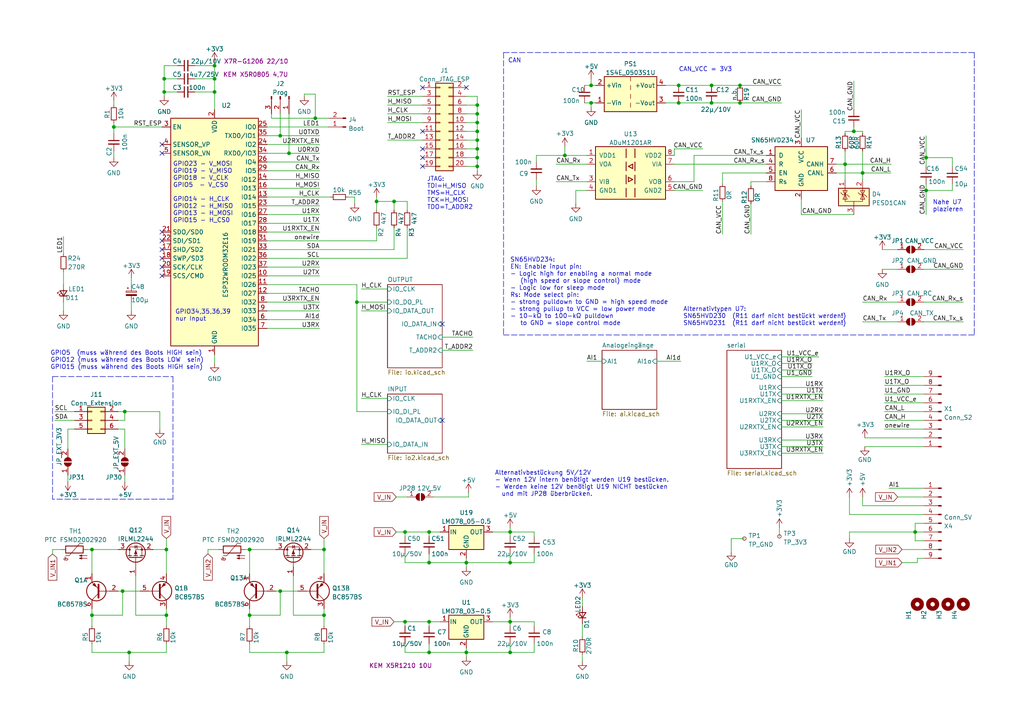
<source format=kicad_sch>
(kicad_sch (version 20211123) (generator eeschema)
  (paper "A4")
  (title_block (title "BSC") (date "2022-12-16") (rev "2.1"))
  (lib_symbols
    (symbol "Connector:Conn_01x02_Male" (pin_names (offset 1.016) hide)
      (property "Reference" "J" (at 0 2.54 0))
      (property "Value" "Conn_01x02_Male" (at 0 -5.08 0))
      (symbol "Conn_01x02_Male_1_1"
        (pin passive line (at 5.08 0 180) (length 3.81) (name "Pin_1") (number "1"))
        (pin passive line (at 5.08 -2.54 180) (length 3.81) (name "Pin_2") (number "2"))
      )
    )
    (symbol "Connector:Conn_01x03_Male" (pin_names (offset 1.016) hide)
      (property "Reference" "J" (at 0 5.08 0))
      (property "Value" "Conn_01x03_Male" (at 0 -5.08 0))
      (symbol "Conn_01x03_Male_1_1"
        (pin passive line (at 5.08 2.54 180) (length 3.81) (name "Pin_1") (number "1"))
        (pin passive line (at 5.08 0 180) (length 3.81) (name "Pin_2") (number "2"))
        (pin passive line (at 5.08 -2.54 180) (length 3.81) (name "Pin_3") (number "3"))
      )
    )
    (symbol "Connector:Conn_01x09_Male" (pin_names (offset 1.016) hide)
      (property "Reference" "J" (at 0 12.7 0))
      (property "Value" "Conn_01x09_Male" (at 0 -12.7 0))
      (symbol "Conn_01x09_Male_1_1"
        (pin passive line (at 5.08 10.16 180) (length 3.81) (name "Pin_1") (number "1"))
        (pin passive line (at 5.08 7.62 180) (length 3.81) (name "Pin_2") (number "2"))
        (pin passive line (at 5.08 5.08 180) (length 3.81) (name "Pin_3") (number "3"))
        (pin passive line (at 5.08 2.54 180) (length 3.81) (name "Pin_4") (number "4"))
        (pin passive line (at 5.08 0 180) (length 3.81) (name "Pin_5") (number "5"))
        (pin passive line (at 5.08 -2.54 180) (length 3.81) (name "Pin_6") (number "6"))
        (pin passive line (at 5.08 -5.08 180) (length 3.81) (name "Pin_7") (number "7"))
        (pin passive line (at 5.08 -7.62 180) (length 3.81) (name "Pin_8") (number "8"))
        (pin passive line (at 5.08 -10.16 180) (length 3.81) (name "Pin_9") (number "9"))
      )
    )
    (symbol "Connector:TestPoint_Small" (pin_numbers hide) (pin_names (offset 0.762) hide)
      (property "Reference" "TP" (at 0 3.81 0))
      (property "Value" "TestPoint_Small" (at 0 2.032 0))
      (symbol "TestPoint_Small_1_1"
        (pin passive line (at 0 0 90) (length 0) (name "1") (number "1"))
      )
    )
    (symbol "Connector_Generic:Conn_02x03_Odd_Even" (pin_names (offset 1.016) hide)
      (property "Reference" "J" (at 1.27 5.08 0))
      (property "Value" "Conn_02x03_Odd_Even" (at 1.27 -5.08 0))
      (symbol "Conn_02x03_Odd_Even_1_1"
        (pin passive line (at -5.08 2.54 0) (length 3.81) (name "Pin_1") (number "1"))
        (pin passive line (at 7.62 2.54 180) (length 3.81) (name "Pin_2") (number "2"))
        (pin passive line (at -5.08 0 0) (length 3.81) (name "Pin_3") (number "3"))
        (pin passive line (at 7.62 0 180) (length 3.81) (name "Pin_4") (number "4"))
        (pin passive line (at -5.08 -2.54 0) (length 3.81) (name "Pin_5") (number "5"))
        (pin passive line (at 7.62 -2.54 180) (length 3.81) (name "Pin_6") (number "6"))
      )
    )
    (symbol "Connector_Generic:Conn_02x10_Odd_Even" (pin_names (offset 1.016) hide)
      (property "Reference" "J" (at 1.27 12.7 0))
      (property "Value" "Conn_02x10_Odd_Even" (at 1.27 -15.24 0))
      (symbol "Conn_02x10_Odd_Even_1_1"
        (pin passive line (at -5.08 10.16 0) (length 3.81) (name "Pin_1") (number "1"))
        (pin passive line (at 7.62 0 180) (length 3.81) (name "Pin_10") (number "10"))
        (pin passive line (at -5.08 -2.54 0) (length 3.81) (name "Pin_11") (number "11"))
        (pin passive line (at 7.62 -2.54 180) (length 3.81) (name "Pin_12") (number "12"))
        (pin passive line (at -5.08 -5.08 0) (length 3.81) (name "Pin_13") (number "13"))
        (pin passive line (at 7.62 -5.08 180) (length 3.81) (name "Pin_14") (number "14"))
        (pin passive line (at -5.08 -7.62 0) (length 3.81) (name "Pin_15") (number "15"))
        (pin passive line (at 7.62 -7.62 180) (length 3.81) (name "Pin_16") (number "16"))
        (pin passive line (at -5.08 -10.16 0) (length 3.81) (name "Pin_17") (number "17"))
        (pin passive line (at 7.62 -10.16 180) (length 3.81) (name "Pin_18") (number "18"))
        (pin passive line (at -5.08 -12.7 0) (length 3.81) (name "Pin_19") (number "19"))
        (pin passive line (at 7.62 10.16 180) (length 3.81) (name "Pin_2") (number "2"))
        (pin passive line (at 7.62 -12.7 180) (length 3.81) (name "Pin_20") (number "20"))
        (pin passive line (at -5.08 7.62 0) (length 3.81) (name "Pin_3") (number "3"))
        (pin passive line (at 7.62 7.62 180) (length 3.81) (name "Pin_4") (number "4"))
        (pin passive line (at -5.08 5.08 0) (length 3.81) (name "Pin_5") (number "5"))
        (pin passive line (at 7.62 5.08 180) (length 3.81) (name "Pin_6") (number "6"))
        (pin passive line (at -5.08 2.54 0) (length 3.81) (name "Pin_7") (number "7"))
        (pin passive line (at 7.62 2.54 180) (length 3.81) (name "Pin_8") (number "8"))
        (pin passive line (at -5.08 0 0) (length 3.81) (name "Pin_9") (number "9"))
      )
    )
    (symbol "Converter_DCDC:MEE1S0303SC"
      (property "Reference" "PS" (at -7.62 6.35 0))
      (property "Value" "MEE1S0303SC" (at 1.27 6.35 0))
      (symbol "MEE1S0303SC_0_0"
        (pin power_in line (at -10.16 -2.54 0) (length 2.54) (name "-Vin") (number "1"))
        (pin power_in line (at -10.16 2.54 0) (length 2.54) (name "+Vin") (number "2"))
        (pin power_out line (at 10.16 -2.54 180) (length 2.54) (name "-Vout") (number "3"))
        (pin power_out line (at 10.16 2.54 180) (length 2.54) (name "+Vout") (number "4"))
      )
    )
    (symbol "Device:C_Polarized_Small" (pin_numbers hide) (pin_names (offset 0.254) hide)
      (property "Reference" "C" (at 0.254 1.778 0))
      (property "Value" "C_Polarized_Small" (at 0.254 -2.032 0))
      (symbol "C_Polarized_Small_1_1"
        (pin passive line (at 0 2.54 270) (length 1.8542) (name "~") (number "1"))
        (pin passive line (at 0 -2.54 90) (length 1.8542) (name "~") (number "2"))
      )
    )
    (symbol "Device:C_Small" (pin_numbers hide) (pin_names (offset 0.254) hide)
      (property "Reference" "C" (at 0.254 1.778 0))
      (property "Value" "C_Small" (at 0.254 -2.032 0))
      (symbol "C_Small_1_1"
        (pin passive line (at 0 2.54 270) (length 2.032) (name "~") (number "1"))
        (pin passive line (at 0 -2.54 90) (length 2.032) (name "~") (number "2"))
      )
    )
    (symbol "Device:LED_Small" (pin_numbers hide) (pin_names (offset 0.254) hide)
      (property "Reference" "D" (at -1.27 3.175 0))
      (property "Value" "LED_Small" (at -4.445 -2.54 0))
      (symbol "LED_Small_1_1"
        (pin passive line (at -2.54 0 0) (length 1.778) (name "K") (number "1"))
        (pin passive line (at 2.54 0 180) (length 1.778) (name "A") (number "2"))
      )
    )
    (symbol "Device:R_Small" (pin_numbers hide) (pin_names (offset 0.254) hide)
      (property "Reference" "R" (at 0.762 0.508 0))
      (property "Value" "R_Small" (at 0.762 -1.016 0))
      (symbol "R_Small_1_1"
        (pin passive line (at 0 2.54 270) (length 0.762) (name "~") (number "1"))
        (pin passive line (at 0 -2.54 90) (length 0.762) (name "~") (number "2"))
      )
    )
    (symbol "Device:Thermistor_PTC" (pin_numbers hide) (pin_names (offset 0))
      (property "Reference" "TH" (at -4.064 0 90))
      (property "Value" "Thermistor_PTC" (at 3.048 0 90))
      (symbol "Thermistor_PTC_1_1"
        (pin passive line (at 0 3.81 270) (length 1.27) (name "~") (number "1"))
        (pin passive line (at 0 -3.81 90) (length 1.27) (name "~") (number "2"))
      )
    )
    (symbol "Interface_CAN_LIN:SN65HVD234" (pin_names (offset 1.016))
      (property "Reference" "U" (at -2.54 10.16 0))
      (property "Value" "SN65HVD234" (at -2.54 7.62 0))
      (symbol "SN65HVD234_1_1"
        (pin input line (at -10.16 2.54 0) (length 2.54) (name "D") (number "1"))
        (pin power_in line (at 0 -10.16 90) (length 2.54) (name "GND") (number "2"))
        (pin power_in line (at 0 7.62 270) (length 2.54) (name "VCC") (number "3"))
        (pin output line (at -10.16 0 0) (length 2.54) (name "R") (number "4"))
        (pin input line (at -10.16 -2.54 0) (length 2.54) (name "EN") (number "5"))
        (pin bidirectional line (at 10.16 -2.54 180) (length 2.54) (name "CANL") (number "6"))
        (pin bidirectional line (at 10.16 0 180) (length 2.54) (name "CANH") (number "7"))
        (pin input line (at -10.16 -5.08 0) (length 2.54) (name "Rs") (number "8"))
      )
    )
    (symbol "Isolator:ADuM1201AR" (pin_names (offset 1.016))
      (property "Reference" "U" (at -10.16 8.89 0))
      (property "Value" "ADuM1201AR" (at -2.032 8.89 0))
      (symbol "ADuM1201AR_1_1"
        (pin power_in line (at -12.7 5.08 0) (length 2.54) (name "VDD1") (number "1"))
        (pin output line (at -12.7 2.54 0) (length 2.54) (name "VOA") (number "2"))
        (pin input line (at -12.7 -2.54 0) (length 2.54) (name "VIB") (number "3"))
        (pin power_in line (at -12.7 -5.08 0) (length 2.54) (name "GND1") (number "4"))
        (pin power_in line (at 12.7 -5.08 180) (length 2.54) (name "GND2") (number "5"))
        (pin output line (at 12.7 -2.54 180) (length 2.54) (name "VOB") (number "6"))
        (pin input line (at 12.7 2.54 180) (length 2.54) (name "VIA") (number "7"))
        (pin power_in line (at 12.7 5.08 180) (length 2.54) (name "VDD2") (number "8"))
      )
    )
    (symbol "Jumper:SolderJumper_2_Open" (pin_names (offset 0) hide)
      (property "Reference" "JP" (at 0 2.032 0))
      (property "Value" "SolderJumper_2_Open" (at 0 -2.54 0))
      (symbol "SolderJumper_2_Open_1_1"
        (pin passive line (at -3.81 0 0) (length 2.54) (name "A") (number "1"))
        (pin passive line (at 3.81 0 180) (length 2.54) (name "B") (number "2"))
      )
    )
    (symbol "Mechanical:MountingHole" (pin_names (offset 1.016))
      (property "Reference" "H" (at 0 5.08 0))
      (property "Value" "MountingHole" (at 0 3.175 0))
    )
    (symbol "Power_Protection:NUP2105L" (pin_names hide)
      (property "Reference" "D" (at 5.715 2.54 0))
      (property "Value" "NUP2105L" (at 5.715 0.635 0))
      (symbol "NUP2105L_0_0"
        (pin passive line (at 0 -5.08 90) (length 2.54) (name "A") (number "3"))
      )
      (symbol "NUP2105L_1_1"
        (pin passive line (at -2.54 5.08 270) (length 2.54) (name "K") (number "1"))
        (pin passive line (at 2.54 5.08 270) (length 2.54) (name "K") (number "2"))
      )
    )
    (symbol "RF_Module:ESP32-WROOM-32"
      (property "Reference" "U" (at -12.7 34.29 0))
      (property "Value" "ESP32-WROOM-32" (at 1.27 34.29 0))
      (symbol "ESP32-WROOM-32_1_1"
        (pin power_in line (at 0 -35.56 90) (length 2.54) (name "GND") (number "1"))
        (pin bidirectional line (at 15.24 -12.7 180) (length 2.54) (name "IO25") (number "10"))
        (pin bidirectional line (at 15.24 -15.24 180) (length 2.54) (name "IO26") (number "11"))
        (pin bidirectional line (at 15.24 -17.78 180) (length 2.54) (name "IO27") (number "12"))
        (pin bidirectional line (at 15.24 10.16 180) (length 2.54) (name "IO14") (number "13"))
        (pin bidirectional line (at 15.24 15.24 180) (length 2.54) (name "IO12") (number "14"))
        (pin passive line (at 0 -35.56 90) (length 2.54) hide (name "GND") (number "15"))
        (pin bidirectional line (at 15.24 12.7 180) (length 2.54) (name "IO13") (number "16"))
        (pin bidirectional line (at -15.24 -5.08 0) (length 2.54) (name "SHD/SD2") (number "17"))
        (pin bidirectional line (at -15.24 -7.62 0) (length 2.54) (name "SWP/SD3") (number "18"))
        (pin bidirectional line (at -15.24 -12.7 0) (length 2.54) (name "SCS/CMD") (number "19"))
        (pin power_in line (at 0 35.56 270) (length 2.54) (name "VDD") (number "2"))
        (pin bidirectional line (at -15.24 -10.16 0) (length 2.54) (name "SCK/CLK") (number "20"))
        (pin bidirectional line (at -15.24 0 0) (length 2.54) (name "SDO/SD0") (number "21"))
        (pin bidirectional line (at -15.24 -2.54 0) (length 2.54) (name "SDI/SD1") (number "22"))
        (pin bidirectional line (at 15.24 7.62 180) (length 2.54) (name "IO15") (number "23"))
        (pin bidirectional line (at 15.24 25.4 180) (length 2.54) (name "IO2") (number "24"))
        (pin bidirectional line (at 15.24 30.48 180) (length 2.54) (name "IO0") (number "25"))
        (pin bidirectional line (at 15.24 20.32 180) (length 2.54) (name "IO4") (number "26"))
        (pin bidirectional line (at 15.24 5.08 180) (length 2.54) (name "IO16") (number "27"))
        (pin bidirectional line (at 15.24 2.54 180) (length 2.54) (name "IO17") (number "28"))
        (pin bidirectional line (at 15.24 17.78 180) (length 2.54) (name "IO5") (number "29"))
        (pin input line (at -15.24 30.48 0) (length 2.54) (name "EN") (number "3"))
        (pin bidirectional line (at 15.24 0 180) (length 2.54) (name "IO18") (number "30"))
        (pin bidirectional line (at 15.24 -2.54 180) (length 2.54) (name "IO19") (number "31"))
        (pin no_connect line (at -12.7 -27.94 0) (length 2.54) hide (name "NC") (number "32"))
        (pin bidirectional line (at 15.24 -5.08 180) (length 2.54) (name "IO21") (number "33"))
        (pin bidirectional line (at 15.24 22.86 180) (length 2.54) (name "RXD0/IO3") (number "34"))
        (pin bidirectional line (at 15.24 27.94 180) (length 2.54) (name "TXD0/IO1") (number "35"))
        (pin bidirectional line (at 15.24 -7.62 180) (length 2.54) (name "IO22") (number "36"))
        (pin bidirectional line (at 15.24 -10.16 180) (length 2.54) (name "IO23") (number "37"))
        (pin passive line (at 0 -35.56 90) (length 2.54) hide (name "GND") (number "38"))
        (pin passive line (at 0 -35.56 90) (length 2.54) hide (name "GND") (number "39"))
        (pin input line (at -15.24 25.4 0) (length 2.54) (name "SENSOR_VP") (number "4"))
        (pin input line (at -15.24 22.86 0) (length 2.54) (name "SENSOR_VN") (number "5"))
        (pin input line (at 15.24 -25.4 180) (length 2.54) (name "IO34") (number "6"))
        (pin input line (at 15.24 -27.94 180) (length 2.54) (name "IO35") (number "7"))
        (pin bidirectional line (at 15.24 -20.32 180) (length 2.54) (name "IO32") (number "8"))
        (pin bidirectional line (at 15.24 -22.86 180) (length 2.54) (name "IO33") (number "9"))
      )
    )
    (symbol "Regulator_Switching:R-78E3.3-0.5" (pin_names (offset 0.254))
      (property "Reference" "U" (at -3.81 3.175 0))
      (property "Value" "R-78E3.3-0.5" (at 0 3.175 0))
      (symbol "R-78E3.3-0.5_1_1"
        (pin power_in line (at -7.62 0 0) (length 2.54) (name "IN") (number "1"))
        (pin power_in line (at 0 -7.62 90) (length 2.54) (name "GND") (number "2"))
        (pin power_out line (at 7.62 0 180) (length 2.54) (name "OUT") (number "3"))
      )
    )
    (symbol "Transistor_BJT:BC857BS" (pin_names (offset 0) hide)
      (property "Reference" "Q" (at 5.08 1.27 0))
      (property "Value" "BC857BS" (at 5.08 -1.27 0))
      (symbol "BC857BS_1_1"
        (pin passive line (at 2.54 -5.08 90) (length 2.54) (name "E1") (number "1"))
        (pin input line (at -5.08 0 0) (length 2.54) (name "B1") (number "2"))
        (pin passive line (at 2.54 5.08 270) (length 2.54) (name "C1") (number "6"))
      )
      (symbol "BC857BS_2_1"
        (pin passive line (at 2.54 5.08 270) (length 2.54) (name "C2") (number "3"))
        (pin passive line (at 2.54 -5.08 90) (length 2.54) (name "E2") (number "4"))
        (pin input line (at -5.08 0 0) (length 2.54) (name "B2") (number "5"))
      )
    )
    (symbol "Transistor_FET:IRLML5203" (pin_names hide)
      (property "Reference" "Q" (at 5.08 1.905 0))
      (property "Value" "IRLML5203" (at 5.08 0 0))
      (symbol "IRLML5203_1_1"
        (pin input line (at -5.08 0 0) (length 2.54) (name "G") (number "1"))
        (pin passive line (at 2.54 -5.08 90) (length 2.54) (name "S") (number "2"))
        (pin passive line (at 2.54 5.08 270) (length 2.54) (name "D") (number "3"))
      )
    )
    (symbol "power:+3V3" (power) (pin_names (offset 0))
      (property "Value" "+3V3" (at 0 3.556 0))
      (symbol "+3V3_1_1"
        (pin power_in line (at 0 0 90) (length 0) hide (name "+3V3") (number "1"))
      )
    )
    (symbol "power:+5V" (power) (pin_names (offset 0))
      (property "Value" "+5V" (at 0 3.556 0))
      (symbol "+5V_1_1"
        (pin power_in line (at 0 0 90) (length 0) hide (name "+5V") (number "1"))
      )
    )
    (symbol "power:GND" (power) (pin_names (offset 0))
      (property "Value" "GND" (at 0 -3.81 0))
      (symbol "GND_1_1"
        (pin power_in line (at 0 0 270) (length 0) hide (name "GND") (number "1"))
      )
    )
  )
  (junction (at 147.955 163.195))
  (junction (at 48.26 159.385))
  (junction (at 163.83 45.085))
  (junction (at 124.46 163.195))
  (junction (at 72.39 159.385))
  (junction (at 265.43 154.305))
  (junction (at 93.98 159.385))
  (junction (at 268.605 55.245))
  (junction (at 124.46 154.305))
  (junction (at 214.63 24.765))
  (junction (at 114.3 58.42))
  (junction (at 138.43 45.72))
  (junction (at 91.44 34.29))
  (junction (at 138.43 33.02))
  (junction (at 48.26 178.435))
  (junction (at 245.11 47.625))
  (junction (at 72.39 178.435))
  (junction (at 147.955 180.34))
  (junction (at 26.67 178.435))
  (junction (at 147.955 154.305))
  (junction (at 138.43 38.1))
  (junction (at 33.02 36.83))
  (junction (at 81.28 171.45))
  (junction (at 138.43 43.18))
  (junction (at 47.625 22.86))
  (junction (at 103.505 87.63))
  (junction (at 138.43 30.48))
  (junction (at 37.465 189.23))
  (junction (at 26.67 159.385))
  (junction (at 124.46 189.23))
  (junction (at 83.185 189.23))
  (junction (at 35.56 171.45))
  (junction (at 47.625 26.67))
  (junction (at 214.63 29.845))
  (junction (at 206.375 24.765))
  (junction (at 206.375 29.845))
  (junction (at 171.45 24.765))
  (junction (at 83.82 44.45))
  (junction (at 62.23 19.05))
  (junction (at 138.43 48.26))
  (junction (at 117.475 154.305))
  (junction (at 109.22 58.42))
  (junction (at 247.65 38.1))
  (junction (at 62.23 26.67))
  (junction (at 124.46 180.34))
  (junction (at 81.28 39.37))
  (junction (at 36.195 119.38))
  (junction (at 147.955 189.23))
  (junction (at 135.255 189.23))
  (junction (at 196.85 29.845))
  (junction (at 117.475 180.34))
  (junction (at 196.85 24.765))
  (junction (at 138.43 35.56))
  (junction (at 138.43 40.64))
  (junction (at 171.45 29.845))
  (junction (at 135.255 163.195))
  (junction (at 250.19 50.165))
  (junction (at 62.23 22.86))
  (junction (at 268.605 45.72))
  (junction (at 93.98 178.435))
  (no_connect (at 128.27 93.98))
  (no_connect (at 128.27 121.92))
  (no_connect (at 122.555 38.1))
  (no_connect (at 122.555 43.18))
  (no_connect (at 122.555 45.72))
  (no_connect (at 122.555 48.26))
  (no_connect (at 122.555 25.4))
  (no_connect (at 135.255 25.4))
  (no_connect (at 46.99 44.45))
  (no_connect (at 46.99 41.91))
  (no_connect (at 46.99 80.01))
  (no_connect (at 46.99 77.47))
  (no_connect (at 46.99 67.31))
  (no_connect (at 46.99 74.93))
  (no_connect (at 46.99 72.39))
  (no_connect (at 46.99 69.85))
  (wire (pts (xy 47.625 26.67) (xy 47.625 27.94)))
  (wire (pts (xy 44.45 159.385) (xy 48.26 159.385)))
  (wire (pts (xy 138.43 35.56) (xy 138.43 38.1)))
  (wire (pts (xy 85.09 167.005) (xy 85.09 178.435)))
  (wire (pts (xy 169.545 29.845) (xy 171.45 29.845)))
  (wire (pts (xy 161.29 52.705) (xy 170.18 52.705)))
  (wire (pts (xy 72.39 189.23) (xy 83.185 189.23)))
  (wire (pts (xy 226.695 127.635) (xy 238.76 127.635)))
  (wire (pts (xy 261.62 163.195) (xy 266.065 163.195)))
  (wire (pts (xy 19.685 130.175) (xy 19.685 124.46)))
  (wire (pts (xy 138.43 38.1) (xy 138.43 40.64)))
  (wire (pts (xy 56.515 26.67) (xy 62.23 26.67)))
  (wire (pts (xy 19.685 124.46) (xy 21.59 124.46)))
  (wire (pts (xy 256.54 119.38) (xy 267.97 119.38)))
  (wire (pts (xy 147.955 154.305) (xy 147.955 155.575)))
  (wire (pts (xy 117.475 180.34) (xy 117.475 181.61)))
  (wire (pts (xy 33.02 29.21) (xy 33.02 30.48)))
  (wire (pts (xy 266.065 161.925) (xy 267.97 161.925)))
  (wire (pts (xy 163.83 42.545) (xy 163.83 45.085)))
  (wire (pts (xy 19.685 137.795) (xy 19.685 139.7)))
  (wire (pts (xy 195.58 43.18) (xy 195.58 45.085)))
  (wire (pts (xy 62.23 102.87) (xy 62.23 105.41)))
  (wire (pts (xy 127.635 154.305) (xy 124.46 154.305)))
  (wire (pts (xy 214.63 29.845) (xy 226.695 29.845)))
  (wire (pts (xy 33.02 43.815) (xy 33.02 45.72)))
  (wire (pts (xy 266.065 163.195) (xy 266.065 161.925)))
  (wire (pts (xy 77.47 59.69) (xy 92.71 59.69)))
  (wire (pts (xy 265.43 151.765) (xy 267.97 151.765)))
  (wire (pts (xy 268.605 45.72) (xy 268.605 48.26)))
  (wire (pts (xy 47.625 19.05) (xy 47.625 22.86)))
  (wire (pts (xy 135.255 38.1) (xy 138.43 38.1)))
  (wire (pts (xy 103.505 82.55) (xy 103.505 87.63)))
  (wire (pts (xy 36.195 119.38) (xy 36.195 121.92)))
  (wire (pts (xy 77.47 90.17) (xy 92.71 90.17)))
  (wire (pts (xy 226.695 114.3) (xy 238.76 114.3)))
  (wire (pts (xy 33.02 36.83) (xy 46.99 36.83)))
  (wire (pts (xy 18.415 78.74) (xy 18.415 82.55)))
  (wire (pts (xy 245.11 47.625) (xy 245.11 52.07)))
  (wire (pts (xy 15.24 160.655) (xy 15.24 159.385)))
  (wire (pts (xy 195.58 47.625) (xy 222.25 47.625)))
  (wire (pts (xy 226.695 120.015) (xy 238.76 120.015)))
  (polyline (pts (xy 146.05 15.24) (xy 282.575 15.24)))
  (wire (pts (xy 124.46 160.655) (xy 124.46 163.195)))
  (wire (pts (xy 217.805 59.055) (xy 217.805 67.945)))
  (wire (pts (xy 135.255 161.925) (xy 135.255 163.195)))
  (wire (pts (xy 38.1 80.645) (xy 38.1 82.55)))
  (wire (pts (xy 128.27 97.79) (xy 137.16 97.79)))
  (wire (pts (xy 154.94 186.69) (xy 154.94 189.23)))
  (wire (pts (xy 260.35 144.145) (xy 267.97 144.145)))
  (wire (pts (xy 206.375 24.765) (xy 214.63 24.765)))
  (wire (pts (xy 147.955 180.34) (xy 147.955 181.61)))
  (wire (pts (xy 15.24 159.385) (xy 17.78 159.385)))
  (wire (pts (xy 118.11 60.96) (xy 118.11 58.42)))
  (wire (pts (xy 77.47 95.25) (xy 92.71 95.25)))
  (wire (pts (xy 18.415 87.63) (xy 18.415 90.17)))
  (wire (pts (xy 250.19 38.735) (xy 250.19 38.1)))
  (wire (pts (xy 138.43 48.26) (xy 138.43 49.53)))
  (wire (pts (xy 93.98 189.23) (xy 93.98 186.69)))
  (wire (pts (xy 114.3 180.34) (xy 117.475 180.34)))
  (wire (pts (xy 268.605 39.37) (xy 268.605 45.72)))
  (wire (pts (xy 142.875 180.34) (xy 147.955 180.34)))
  (wire (pts (xy 56.515 19.05) (xy 62.23 19.05)))
  (wire (pts (xy 26.67 178.435) (xy 35.56 178.435)))
  (polyline (pts (xy 146.05 15.24) (xy 146.05 97.155)))
  (wire (pts (xy 77.47 54.61) (xy 92.71 54.61)))
  (wire (pts (xy 56.515 22.86) (xy 62.23 22.86)))
  (wire (pts (xy 247.65 38.1) (xy 250.19 38.1)))
  (wire (pts (xy 196.85 24.765) (xy 206.375 24.765)))
  (wire (pts (xy 117.475 154.305) (xy 117.475 155.575)))
  (wire (pts (xy 114.3 58.42) (xy 114.3 60.96)))
  (wire (pts (xy 226.695 116.205) (xy 238.76 116.205)))
  (wire (pts (xy 100.965 57.15) (xy 102.87 57.15)))
  (wire (pts (xy 172.72 29.845) (xy 171.45 29.845)))
  (wire (pts (xy 135.255 43.18) (xy 138.43 43.18)))
  (wire (pts (xy 83.185 189.23) (xy 83.185 191.77)))
  (wire (pts (xy 255.905 78.105) (xy 260.35 78.105)))
  (wire (pts (xy 48.26 189.23) (xy 48.26 186.69)))
  (wire (pts (xy 135.89 142.875) (xy 135.89 144.145)))
  (wire (pts (xy 93.98 178.435) (xy 93.98 181.61)))
  (wire (pts (xy 78.74 33.02) (xy 78.74 34.29)))
  (wire (pts (xy 34.29 159.385) (xy 26.67 159.385)))
  (wire (pts (xy 37.465 189.23) (xy 37.465 191.77)))
  (wire (pts (xy 170.18 104.775) (xy 174.625 104.775)))
  (wire (pts (xy 77.47 46.99) (xy 92.71 46.99)))
  (wire (pts (xy 114.3 58.42) (xy 118.11 58.42)))
  (wire (pts (xy 250.19 146.685) (xy 267.97 146.685)))
  (wire (pts (xy 77.47 57.15) (xy 95.885 57.15)))
  (wire (pts (xy 62.23 17.78) (xy 62.23 19.05)))
  (wire (pts (xy 77.47 69.85) (xy 109.22 69.85)))
  (wire (pts (xy 242.57 47.625) (xy 245.11 47.625)))
  (wire (pts (xy 117.475 186.69) (xy 117.475 189.23)))
  (wire (pts (xy 135.255 40.64) (xy 138.43 40.64)))
  (wire (pts (xy 195.58 55.245) (xy 203.835 55.245)))
  (wire (pts (xy 268.605 53.34) (xy 268.605 55.245)))
  (wire (pts (xy 232.41 31.75) (xy 232.41 40.005)))
  (wire (pts (xy 47.625 22.86) (xy 47.625 26.67)))
  (wire (pts (xy 92.71 39.37) (xy 81.28 39.37)))
  (wire (pts (xy 77.47 36.83) (xy 95.25 36.83)))
  (wire (pts (xy 71.12 159.385) (xy 72.39 159.385)))
  (wire (pts (xy 226.695 107.315) (xy 235.585 107.315)))
  (wire (pts (xy 77.47 44.45) (xy 83.82 44.45)))
  (wire (pts (xy 232.41 62.23) (xy 247.65 62.23)))
  (wire (pts (xy 245.11 38.1) (xy 247.65 38.1)))
  (wire (pts (xy 135.255 189.23) (xy 147.955 189.23)))
  (wire (pts (xy 77.47 74.93) (xy 118.11 74.93)))
  (wire (pts (xy 81.28 178.435) (xy 81.28 171.45)))
  (wire (pts (xy 93.98 159.385) (xy 93.98 166.37)))
  (wire (pts (xy 168.91 173.355) (xy 168.91 175.895)))
  (wire (pts (xy 135.255 27.94) (xy 138.43 27.94)))
  (wire (pts (xy 34.29 171.45) (xy 35.56 171.45)))
  (polyline (pts (xy 15.24 109.22) (xy 15.24 144.78)))
  (polyline (pts (xy 50.165 109.22) (xy 50.165 144.78)))
  (wire (pts (xy 167.005 55.245) (xy 167.005 59.055)))
  (wire (pts (xy 78.74 34.29) (xy 91.44 34.29)))
  (wire (pts (xy 48.26 178.435) (xy 48.26 181.61)))
  (wire (pts (xy 80.01 159.385) (xy 72.39 159.385)))
  (wire (pts (xy 109.22 58.42) (xy 109.22 60.96)))
  (wire (pts (xy 77.47 64.77) (xy 92.71 64.77)))
  (wire (pts (xy 77.47 62.23) (xy 92.71 62.23)))
  (wire (pts (xy 62.23 26.67) (xy 62.23 31.75)))
  (wire (pts (xy 35.56 171.45) (xy 40.64 171.45)))
  (wire (pts (xy 48.26 176.53) (xy 48.26 178.435)))
  (wire (pts (xy 256.54 124.46) (xy 267.97 124.46)))
  (wire (pts (xy 25.4 159.385) (xy 26.67 159.385)))
  (wire (pts (xy 226.695 123.825) (xy 238.76 123.825)))
  (wire (pts (xy 206.375 29.845) (xy 214.63 29.845)))
  (wire (pts (xy 33.02 36.83) (xy 33.02 38.735)))
  (wire (pts (xy 226.06 153.035) (xy 226.06 155.575)))
  (wire (pts (xy 114.935 154.305) (xy 117.475 154.305)))
  (wire (pts (xy 33.02 35.56) (xy 33.02 36.83)))
  (wire (pts (xy 256.54 116.84) (xy 267.97 116.84)))
  (wire (pts (xy 245.11 38.735) (xy 245.11 38.1)))
  (wire (pts (xy 255.905 72.39) (xy 260.35 72.39)))
  (wire (pts (xy 104.775 90.17) (xy 112.395 90.17)))
  (wire (pts (xy 21.59 121.92) (xy 15.875 121.92)))
  (wire (pts (xy 142.875 154.305) (xy 147.955 154.305)))
  (wire (pts (xy 80.01 171.45) (xy 81.28 171.45)))
  (wire (pts (xy 201.295 45.085) (xy 201.295 52.705)))
  (wire (pts (xy 34.29 121.92) (xy 36.195 121.92)))
  (wire (pts (xy 138.43 45.72) (xy 138.43 48.26)))
  (wire (pts (xy 154.94 180.34) (xy 154.94 181.61)))
  (wire (pts (xy 83.82 33.02) (xy 83.82 44.45)))
  (wire (pts (xy 26.67 159.385) (xy 26.67 166.37)))
  (wire (pts (xy 147.955 154.305) (xy 154.94 154.305)))
  (wire (pts (xy 256.54 111.76) (xy 267.97 111.76)))
  (wire (pts (xy 201.295 45.085) (xy 222.25 45.085)))
  (wire (pts (xy 245.11 47.625) (xy 258.445 47.625)))
  (wire (pts (xy 21.59 119.38) (xy 15.875 119.38)))
  (wire (pts (xy 226.695 103.505) (xy 237.49 103.505)))
  (wire (pts (xy 124.46 163.195) (xy 135.255 163.195)))
  (wire (pts (xy 91.44 27.305) (xy 91.44 34.29)))
  (wire (pts (xy 47.625 22.86) (xy 51.435 22.86)))
  (wire (pts (xy 72.39 178.435) (xy 81.28 178.435)))
  (wire (pts (xy 190.5 104.775) (xy 197.485 104.775)))
  (wire (pts (xy 155.575 45.085) (xy 163.83 45.085)))
  (wire (pts (xy 265.43 154.305) (xy 267.97 154.305)))
  (wire (pts (xy 124.46 189.23) (xy 135.255 189.23)))
  (wire (pts (xy 112.395 40.64) (xy 122.555 40.64)))
  (wire (pts (xy 36.195 124.46) (xy 36.195 130.175)))
  (wire (pts (xy 209.55 50.165) (xy 222.25 50.165)))
  (polyline (pts (xy 282.575 15.24) (xy 282.575 97.155)))
  (wire (pts (xy 168.91 180.975) (xy 168.91 184.785)))
  (wire (pts (xy 91.44 34.29) (xy 95.25 34.29)))
  (wire (pts (xy 93.98 156.21) (xy 93.98 159.385)))
  (wire (pts (xy 62.23 19.05) (xy 62.23 22.86)))
  (wire (pts (xy 267.97 87.63) (xy 279.4 87.63)))
  (wire (pts (xy 124.46 154.305) (xy 117.475 154.305)))
  (wire (pts (xy 154.94 189.23) (xy 147.955 189.23)))
  (wire (pts (xy 117.475 163.195) (xy 124.46 163.195)))
  (wire (pts (xy 250.825 129.54) (xy 267.97 129.54)))
  (wire (pts (xy 88.265 27.94) (xy 88.265 27.305)))
  (wire (pts (xy 112.395 35.56) (xy 122.555 35.56)))
  (wire (pts (xy 138.43 33.02) (xy 138.43 35.56)))
  (wire (pts (xy 104.775 83.82) (xy 112.395 83.82)))
  (wire (pts (xy 34.29 124.46) (xy 36.195 124.46)))
  (wire (pts (xy 112.395 30.48) (xy 122.555 30.48)))
  (wire (pts (xy 46.355 119.38) (xy 46.355 124.46)))
  (wire (pts (xy 77.47 49.53) (xy 92.71 49.53)))
  (wire (pts (xy 147.955 153.035) (xy 147.955 154.305)))
  (wire (pts (xy 212.09 156.21) (xy 212.09 160.02)))
  (wire (pts (xy 135.255 35.56) (xy 138.43 35.56)))
  (wire (pts (xy 246.38 156.21) (xy 246.38 154.305)))
  (wire (pts (xy 168.91 189.865) (xy 168.91 191.77)))
  (wire (pts (xy 250.19 50.165) (xy 250.19 52.07)))
  (wire (pts (xy 170.18 55.245) (xy 167.005 55.245)))
  (wire (pts (xy 81.28 33.02) (xy 81.28 39.37)))
  (wire (pts (xy 77.47 52.07) (xy 92.71 52.07)))
  (wire (pts (xy 93.98 176.53) (xy 93.98 178.435)))
  (wire (pts (xy 242.57 50.165) (xy 250.19 50.165)))
  (wire (pts (xy 276.225 53.34) (xy 276.225 55.245)))
  (wire (pts (xy 193.04 24.765) (xy 196.85 24.765)))
  (wire (pts (xy 51.435 19.05) (xy 47.625 19.05)))
  (wire (pts (xy 267.97 93.345) (xy 279.4 93.345)))
  (wire (pts (xy 209.55 53.34) (xy 209.55 50.165)))
  (wire (pts (xy 125.73 144.145) (xy 135.89 144.145)))
  (wire (pts (xy 212.09 156.21) (xy 215.9 156.21)))
  (wire (pts (xy 226.695 121.92) (xy 238.76 121.92)))
  (wire (pts (xy 147.955 186.69) (xy 147.955 189.23)))
  (wire (pts (xy 250.19 87.63) (xy 260.35 87.63)))
  (wire (pts (xy 104.775 128.905) (xy 112.395 128.905)))
  (wire (pts (xy 72.39 159.385) (xy 72.39 166.37)))
  (wire (pts (xy 171.45 29.845) (xy 171.45 31.115)))
  (wire (pts (xy 48.26 156.21) (xy 48.26 159.385)))
  (wire (pts (xy 261.62 159.385) (xy 267.97 159.385)))
  (wire (pts (xy 135.255 189.23) (xy 135.255 190.5)))
  (wire (pts (xy 267.97 78.105) (xy 279.4 78.105)))
  (wire (pts (xy 163.83 45.085) (xy 170.18 45.085)))
  (wire (pts (xy 135.255 45.72) (xy 138.43 45.72)))
  (wire (pts (xy 138.43 30.48) (xy 138.43 33.02)))
  (wire (pts (xy 62.23 22.86) (xy 62.23 26.67)))
  (wire (pts (xy 250.19 93.345) (xy 260.35 93.345)))
  (polyline (pts (xy 15.24 109.22) (xy 50.165 109.22)))
  (wire (pts (xy 60.325 159.385) (xy 63.5 159.385)))
  (wire (pts (xy 154.94 163.195) (xy 147.955 163.195)))
  (wire (pts (xy 109.22 58.42) (xy 114.3 58.42)))
  (wire (pts (xy 109.22 57.15) (xy 109.22 58.42)))
  (wire (pts (xy 193.04 29.845) (xy 196.85 29.845)))
  (wire (pts (xy 226.695 109.22) (xy 235.585 109.22)))
  (wire (pts (xy 48.26 159.385) (xy 48.26 166.37)))
  (wire (pts (xy 26.67 186.69) (xy 26.67 189.23)))
  (wire (pts (xy 39.37 167.005) (xy 39.37 178.435)))
  (wire (pts (xy 90.17 159.385) (xy 93.98 159.385)))
  (wire (pts (xy 77.47 67.31) (xy 92.71 67.31)))
  (wire (pts (xy 38.1 87.63) (xy 38.1 90.17)))
  (wire (pts (xy 256.54 121.92) (xy 267.97 121.92)))
  (wire (pts (xy 257.81 141.605) (xy 267.97 141.605)))
  (wire (pts (xy 214.63 24.765) (xy 226.695 24.765)))
  (wire (pts (xy 72.39 186.69) (xy 72.39 189.23)))
  (wire (pts (xy 171.45 24.765) (xy 172.72 24.765)))
  (wire (pts (xy 250.19 43.815) (xy 250.19 50.165)))
  (wire (pts (xy 104.775 115.57) (xy 112.395 115.57)))
  (wire (pts (xy 124.46 180.34) (xy 124.46 181.61)))
  (wire (pts (xy 77.47 82.55) (xy 103.505 82.55)))
  (wire (pts (xy 196.85 29.845) (xy 206.375 29.845)))
  (wire (pts (xy 203.835 43.18) (xy 195.58 43.18)))
  (wire (pts (xy 77.47 77.47) (xy 92.71 77.47)))
  (wire (pts (xy 37.465 189.23) (xy 48.26 189.23)))
  (wire (pts (xy 154.94 154.305) (xy 154.94 155.575)))
  (wire (pts (xy 247.65 36.83) (xy 247.65 38.1)))
  (wire (pts (xy 265.43 156.845) (xy 265.43 154.305)))
  (wire (pts (xy 36.195 119.38) (xy 46.355 119.38)))
  (wire (pts (xy 128.27 101.6) (xy 137.16 101.6)))
  (wire (pts (xy 83.185 189.23) (xy 93.98 189.23)))
  (wire (pts (xy 81.28 171.45) (xy 86.36 171.45)))
  (wire (pts (xy 85.09 178.435) (xy 93.98 178.435)))
  (wire (pts (xy 276.225 48.26) (xy 276.225 45.72)))
  (wire (pts (xy 268.605 55.245) (xy 268.605 62.23)))
  (wire (pts (xy 118.11 74.93) (xy 118.11 66.04)))
  (wire (pts (xy 77.47 92.71) (xy 92.71 92.71)))
  (wire (pts (xy 135.255 163.195) (xy 135.255 164.465)))
  (wire (pts (xy 147.955 180.34) (xy 154.94 180.34)))
  (wire (pts (xy 135.255 163.195) (xy 147.955 163.195)))
  (wire (pts (xy 246.38 149.225) (xy 267.97 149.225)))
  (wire (pts (xy 117.475 160.655) (xy 117.475 163.195)))
  (wire (pts (xy 171.45 22.86) (xy 171.45 24.765)))
  (wire (pts (xy 135.255 33.02) (xy 138.43 33.02)))
  (wire (pts (xy 135.255 48.26) (xy 138.43 48.26)))
  (wire (pts (xy 112.395 27.94) (xy 122.555 27.94)))
  (wire (pts (xy 26.67 178.435) (xy 26.67 181.61)))
  (wire (pts (xy 265.43 151.765) (xy 265.43 154.305)))
  (wire (pts (xy 138.43 43.18) (xy 138.43 45.72)))
  (wire (pts (xy 77.47 87.63) (xy 92.71 87.63)))
  (wire (pts (xy 77.47 72.39) (xy 114.3 72.39)))
  (wire (pts (xy 138.43 27.94) (xy 138.43 30.48)))
  (wire (pts (xy 18.415 68.58) (xy 18.415 73.66)))
  (wire (pts (xy 112.395 119.38) (xy 103.505 119.38)))
  (wire (pts (xy 169.545 24.765) (xy 171.45 24.765)))
  (wire (pts (xy 34.29 119.38) (xy 36.195 119.38)))
  (wire (pts (xy 154.94 160.655) (xy 154.94 163.195)))
  (wire (pts (xy 256.54 109.22) (xy 267.97 109.22)))
  (wire (pts (xy 109.22 66.04) (xy 109.22 69.85)))
  (wire (pts (xy 39.37 178.435) (xy 48.26 178.435)))
  (wire (pts (xy 77.47 39.37) (xy 81.28 39.37)))
  (wire (pts (xy 124.46 186.69) (xy 124.46 189.23)))
  (wire (pts (xy 268.605 45.72) (xy 276.225 45.72)))
  (wire (pts (xy 217.805 52.705) (xy 222.25 52.705)))
  (wire (pts (xy 155.575 52.07) (xy 155.575 53.975)))
  (wire (pts (xy 124.46 154.305) (xy 124.46 155.575)))
  (wire (pts (xy 209.55 58.42) (xy 209.55 67.945)))
  (polyline (pts (xy 50.165 144.78) (xy 15.24 144.78)))
  (wire (pts (xy 60.325 160.655) (xy 60.325 159.385)))
  (wire (pts (xy 246.38 154.305) (xy 265.43 154.305)))
  (wire (pts (xy 35.56 178.435) (xy 35.56 171.45)))
  (wire (pts (xy 226.695 131.445) (xy 238.76 131.445)))
  (wire (pts (xy 77.47 85.09) (xy 92.71 85.09)))
  (wire (pts (xy 226.695 129.54) (xy 238.76 129.54)))
  (wire (pts (xy 138.43 40.64) (xy 138.43 43.18)))
  (wire (pts (xy 88.265 27.305) (xy 91.44 27.305)))
  (wire (pts (xy 117.475 189.23) (xy 124.46 189.23)))
  (wire (pts (xy 217.805 52.705) (xy 217.805 53.975)))
  (wire (pts (xy 161.29 47.625) (xy 170.18 47.625)))
  (wire (pts (xy 26.67 189.23) (xy 37.465 189.23)))
  (wire (pts (xy 112.395 33.02) (xy 122.555 33.02)))
  (wire (pts (xy 226.695 105.41) (xy 235.585 105.41)))
  (wire (pts (xy 268.605 55.245) (xy 276.225 55.245)))
  (wire (pts (xy 135.255 30.48) (xy 138.43 30.48)))
  (wire (pts (xy 155.575 45.085) (xy 155.575 46.99)))
  (wire (pts (xy 135.255 187.96) (xy 135.255 189.23)))
  (wire (pts (xy 124.46 180.34) (xy 117.475 180.34)))
  (wire (pts (xy 103.505 87.63) (xy 112.395 87.63)))
  (wire (pts (xy 250.825 127) (xy 267.97 127)))
  (wire (pts (xy 72.39 178.435) (xy 72.39 181.61)))
  (wire (pts (xy 232.41 57.785) (xy 232.41 62.23)))
  (wire (pts (xy 226.695 112.395) (xy 238.76 112.395)))
  (wire (pts (xy 114.3 72.39) (xy 114.3 66.04)))
  (wire (pts (xy 83.82 44.45) (xy 92.71 44.45)))
  (wire (pts (xy 250.19 144.145) (xy 250.19 146.685)))
  (wire (pts (xy 127.635 180.34) (xy 124.46 180.34)))
  (wire (pts (xy 247.65 23.495) (xy 247.65 31.75)))
  (wire (pts (xy 245.11 43.815) (xy 245.11 47.625)))
  (wire (pts (xy 267.97 72.39) (xy 279.4 72.39)))
  (wire (pts (xy 102.87 57.15) (xy 102.87 59.055)))
  (polyline (pts (xy 282.575 97.155) (xy 146.05 97.155)))
  (wire (pts (xy 250.19 50.165) (xy 258.445 50.165)))
  (wire (pts (xy 77.47 41.91) (xy 92.71 41.91)))
  (wire (pts (xy 51.435 26.67) (xy 47.625 26.67)))
  (wire (pts (xy 147.955 179.07) (xy 147.955 180.34)))
  (wire (pts (xy 77.47 80.01) (xy 92.71 80.01)))
  (wire (pts (xy 246.38 144.145) (xy 246.38 149.225)))
  (wire (pts (xy 195.58 52.705) (xy 201.295 52.705)))
  (wire (pts (xy 36.195 137.795) (xy 36.195 139.7)))
  (wire (pts (xy 265.43 156.845) (xy 267.97 156.845)))
  (wire (pts (xy 72.39 176.53) (xy 72.39 178.435)))
  (wire (pts (xy 114.935 144.145) (xy 118.11 144.145)))
  (wire (pts (xy 256.54 114.3) (xy 267.97 114.3)))
  (wire (pts (xy 26.67 176.53) (xy 26.67 178.435)))
  (wire (pts (xy 103.505 87.63) (xy 103.505 119.38)))
  (wire (pts (xy 147.955 160.655) (xy 147.955 163.195)))
  (text "SN65HVD234:\nEN: Enable input pin:\n- Logic high for enabling a normal mode \n   (high speed or slope control) mode\n- Logic low for sleep mode\nRs: Mode select pin:\n- strong pulldown to GND = high speed mode\n- strong pullup to VCC = low power mode\n- 10-kΩ to 100-kΩ pulldown \n   to GND = slope control mode" (at 147.955 94.615 0) (effects (font (size 1.27 1.27)) (justify left bottom)))
  (text "GPIO23 - V_MOSI\nGPIO19 - V_MISO\nGPIO18 - V_CLK\nGPIO5  - V_CS0\n\nGPIO14 - H_CLK\nGPIO12 - H_MISO\nGPIO13 - H_MOSI\nGPIO15 - H_CS0" (at 50.165 64.77 0) (effects (font (size 1.27 1.27)) (justify left bottom)))
  (text "JTAG:\nTDI=H_MISO\nTMS=H_CLK\nTCK=H_MOSI\nTDO=T_ADDR2" (at 123.825 60.96 0) (effects (font (size 1.27 1.27)) (justify left bottom)))
  (text "CAN" (at 147.32 18.415 0) (effects (font (size 1.27 1.27)) (justify left bottom)))
  (text "CAN_VCC = 3V3" (at 196.85 20.955 0) (effects (font (size 1.27 1.27)) (justify left bottom)))
  (text "Alternativtypen U7:\nSN65HVD230  (R11 darf nicht bestückt werden!)\nSN65HVD231  (R11 darf nicht bestückt werden!)" (at 198.12 94.615 0) (effects (font (size 1.27 1.27)) (justify left bottom)))
  (text "Nahe U7\nplazieren\n" (at 270.51 61.595 0) (effects (font (size 1.27 1.27)) (justify left bottom)))
  (text "GPIO5  (muss während des Boots HIGH sein)\nGPIO12 (muss während des Boots LOW  sein)\nGPIO15 (muss während des Boots HIGH sein)" (at 14.605 107.315 0) (effects (font (size 1.27 1.27)) (justify left bottom)))
  (text "Alternativbestückung 5V/12V\n- Wenn 12V intern benötigt werden U19 bestücken.\n- Werden keine 12V benötigt U19 NICHT bestücken\n  und mit JP28 überbrücken." (at 143.51 144.145 0) (effects (font (size 1.27 1.27)) (justify left bottom)))
  (text "GPIO34,35,36,39 \nnur Input" (at 50.8 93.345 0) (effects (font (size 1.27 1.27)) (justify left bottom)))
  (label "TACHO" (at 137.16 97.79 180))
  (label "CAN_VCC" (at 279.4 72.39 180))
  (label "U3TX" (at 92.71 90.17 180))
  (label "RST_ESP" (at 112.395 27.94 0))
  (label "CAN_H" (at 258.445 47.625 180))
  (label "U3RX" (at 92.71 95.25 180))
  (label "H_CLK" (at 112.395 33.02 0))
  (label "U1RXTX_EN" (at 238.76 116.205 180))
  (label "H_CLK" (at 104.775 115.57 0))
  (label "T_ADDR2" (at 112.395 40.64 0))
  (label "CAN_H" (at 256.54 121.92 0))
  (label "CAN_Tx_s" (at 279.4 93.345 180))
  (label "U0RXD" (at 92.71 44.45 180))
  (label "U3RXTX_EN" (at 238.76 131.445 180))
  (label "onewire" (at 256.54 124.46 0))
  (label "CAN_GND" (at 217.805 67.945 90))
  (label "CAN_GND" (at 241.3 62.23 180))
  (label "AI1" (at 170.18 104.775 0))
  (label "H_MISO" (at 92.71 52.07 180))
  (label "LED1" (at 18.415 68.58 270))
  (label "U2TX" (at 92.71 80.01 180))
  (label "SDA" (at 15.875 121.92 0))
  (label "CAN_GND" (at 203.835 55.245 180))
  (label "T_ADDR2" (at 137.16 101.6 180))
  (label "U1_VCC_e" (at 237.49 103.505 180))
  (label "CAN_GND" (at 268.605 62.23 90))
  (label "H_MOSI" (at 92.71 54.61 180))
  (label "CAN_Rx" (at 161.29 47.625 0))
  (label "CAN_L" (at 258.445 50.165 180))
  (label "U1RXTX_EN" (at 92.71 67.31 180))
  (label "AI1d" (at 197.485 104.775 180))
  (label "SCL" (at 15.875 119.38 0))
  (label "U1TX_O" (at 256.54 111.76 0))
  (label "U1TX_O" (at 235.585 107.315 180))
  (label "CAN_VCC" (at 232.41 31.75 270))
  (label "CAN_Tx" (at 92.71 46.99 180))
  (label "U2RX" (at 92.71 77.47 180))
  (label "H_CLK" (at 104.775 83.82 0))
  (label "U0TXD" (at 92.71 39.37 180))
  (label "SDA" (at 92.71 72.39 180))
  (label "CAN_Tx_s" (at 212.725 45.085 0))
  (label "CAN_GND" (at 279.4 78.105 180))
  (label "U2RXTX_EN" (at 92.71 41.91 180))
  (label "U2TX" (at 238.76 121.92 180))
  (label "CAN_GND" (at 226.695 29.845 180))
  (label "U1_GND" (at 256.54 114.3 0))
  (label "CAN_Tx" (at 250.19 93.345 0))
  (label "U1RX" (at 92.71 62.23 180))
  (label "U1TX" (at 92.71 64.77 180))
  (label "T_ADDR2" (at 92.71 59.69 180))
  (label "U1TX" (at 238.76 114.3 180))
  (label "H_MISO" (at 104.775 128.905 0))
  (label "U1_GND" (at 235.585 109.22 180))
  (label "CAN_Rx" (at 250.19 87.63 0))
  (label "LED1" (at 92.71 36.83 180))
  (label "H_CLK" (at 92.71 57.15 180))
  (label "AI1d" (at 92.71 92.71 180))
  (label "U3TX" (at 238.76 129.54 180))
  (label "U1RX" (at 238.76 112.395 180))
  (label "U1_VCC_e" (at 256.54 116.84 0))
  (label "CAN_Tx" (at 161.29 52.705 0))
  (label "CAN_Rx" (at 92.71 49.53 180))
  (label "H_MOSI" (at 112.395 35.56 0))
  (label "U1RX_O" (at 256.54 109.22 0))
  (label "H_MOSI" (at 104.775 90.17 0))
  (label "U3RXTX_EN" (at 92.71 87.63 180))
  (label "CAN_L" (at 256.54 119.38 0))
  (label "CAN_VCC" (at 203.835 43.18 180))
  (label "CAN_GND" (at 247.65 23.495 270))
  (label "H_MISO" (at 112.395 30.48 0))
  (label "U1RX_O" (at 235.585 105.41 180))
  (label "CAN_Rx_s" (at 279.4 87.63 180))
  (label "U2RX" (at 238.76 120.015 180))
  (label "RST_ESP" (at 46.99 36.83 180))
  (label "CAN_VCC" (at 268.605 39.37 270))
  (label "AI1" (at 257.81 141.605 0))
  (label "CAN_VCC" (at 226.695 24.765 180))
  (label "U2RXTX_EN" (at 238.76 123.825 180))
  (label "U3RX" (at 238.76 127.635 180))
  (label "CAN_Rx_s" (at 212.725 47.625 0))
  (label "SCL" (at 92.71 74.93 180))
  (label "CAN_VCC" (at 209.55 67.945 90))
  (label "TACHO" (at 92.71 85.09 180))
  (label "onewire" (at 92.71 69.85 180))
  (global_label "V_IN" (shape input) (at 260.35 144.145 180) (property "Intersheet References" "${INTERSHEET_REFS}" (effects hide)))
  (global_label "V_IN2" (shape input) (at 261.62 159.385 180) (property "Intersheet References" "${INTERSHEET_REFS}" (effects hide)))
  (global_label "V_IN" (shape input) (at 114.3 180.34 180) (property "Intersheet References" "${INTERSHEET_REFS}" (effects hide)))
  (global_label "V_IN1" (shape input) (at 15.24 160.655 270) (property "Intersheet References" "${INTERSHEET_REFS}" (effects hide)))
  (global_label "V_IN" (shape input) (at 93.98 156.21 90) (property "Intersheet References" "${INTERSHEET_REFS}" (effects hide)))
  (global_label "V_IN1" (shape input) (at 261.62 163.195 180) (property "Intersheet References" "${INTERSHEET_REFS}" (effects hide)))
  (global_label "V_IN" (shape input) (at 48.26 156.21 90) (property "Intersheet References" "${INTERSHEET_REFS}" (effects hide)))
  (global_label "V_IN" (shape input) (at 114.935 154.305 180) (property "Intersheet References" "${INTERSHEET_REFS}" (effects hide)))
  (global_label "V_IN2" (shape input) (at 60.325 160.655 270) (property "Intersheet References" "${INTERSHEET_REFS}" (effects hide)))
  (global_label "V_IN" (shape input) (at 114.935 144.145 180) (property "Intersheet References" "${INTERSHEET_REFS}" (effects hide)))
  (symbol (lib_id "Device:Thermistor_PTC") (at 21.59 159.385 90) (unit 1)
    (property "Reference" "TH1" (at 21.9075 154.0342 90))
    (property "Value" "PTC FSMD2002920" (at 21.9075 156.5711 90))
    (property "Footprint" "Fuse:Fuse_2920_7451Metric" (effects hide))
  )
  (symbol (lib_id "Device:C_Small") (at 206.375 27.305 0) (unit 1)
    (property "Reference" "C12" (at 207.645 26.035 0) (effects (justify left)))
    (property "Value" "22µ/10V" (at 203.2 31.75 0) (effects (justify left)))
    (property "Footprint" "Capacitor_SMD:C_1206_3216Metric" (effects hide))
  )
  (symbol (lib_id "Device:R_Small") (at 93.98 184.15 0) (unit 1)
    (property "Reference" "R8" (at 92.075 186.055 90) (effects (justify left)))
    (property "Value" "10k" (at 95.885 186.69 90) (effects (justify left)))
    (property "Footprint" "Resistor_SMD:R_0603_1608Metric" (effects hide))
  )
  (symbol (lib_id "Connector:Conn_01x03_Male") (at 81.28 27.94 270) (unit 1)
    (property "Reference" "J2" (at 81.28 24.291 90))
    (property "Value" "Prog" (at 81.28 26.8279 90))
    (property "Footprint" "Connector_PinHeader_2.54mm:PinHeader_1x03_P2.54mm_Vertical" (effects hide))
  )
  (symbol (lib_id "power:GND") (at 88.265 27.94 0) (unit 1)
    (property "Reference" "#PWR014" (effects hide))
    (property "Value" "GND" (at 88.265 32.3834 0))
  )
  (symbol (lib_id "Device:C_Small") (at 147.955 158.115 0) (unit 1)
    (property "Reference" "C52" (at 148.59 156.21 0) (effects (justify left)))
    (property "Value" "22µ/10V" (at 144.145 160.655 0) (effects (justify left)))
    (property "Footprint" "Capacitor_SMD:C_1206_3216Metric" (effects hide))
  )
  (symbol (lib_id "power:GND") (at 250.825 129.54 0) (mirror y) (unit 1)
    (property "Reference" "#PWR030" (effects hide))
    (property "Value" "GND" (at 250.825 133.35 0))
  )
  (symbol (lib_id "Device:R_Small") (at 72.39 184.15 0) (unit 1)
    (property "Reference" "R7" (at 70.485 186.055 90) (effects (justify left)))
    (property "Value" "10k" (at 74.295 186.69 90) (effects (justify left)))
    (property "Footprint" "Resistor_SMD:R_0603_1608Metric" (effects hide))
  )
  (symbol (lib_id "power:GND") (at 38.1 90.17 0) (unit 1)
    (property "Reference" "#PWR0128" (effects hide))
    (property "Value" "GND" (at 38.1 94.6134 0))
  )
  (symbol (lib_id "Converter_DCDC:MEE1S0303SC") (at 182.88 27.305 0) (unit 1)
    (property "Reference" "PS1" (at 182.88 18.5252 0))
    (property "Value" "1S4E_0503S1U" (at 182.88 21.0621 0))
    (property "Footprint" "custom_th:Converter_DCDC_GAPTEC_1S4E_S1U" (effects hide))
    (property "Datasheet" "https://power.murata.com/pub/data/power/ncl/kdc_mee1.pdf" (effects hide))
  )
  (symbol (lib_id "power:GND") (at 212.09 160.02 0) (mirror y) (unit 1)
    (property "Reference" "#PWR0130" (effects hide))
    (property "Value" "GND" (at 212.09 163.83 0))
  )
  (symbol (lib_id "power:+3V3") (at 62.23 17.78 0) (unit 1)
    (property "Reference" "#PWR03" (effects hide))
    (property "Value" "+3V3" (at 62.23 14.2042 0))
  )
  (symbol (lib_id "power:+5V") (at 135.89 142.875 0) (unit 1)
    (property "Reference" "#PWR0120" (effects hide))
    (property "Value" "+5V" (at 135.89 139.2992 0))
  )
  (symbol (lib_id "Device:C_Small") (at 124.46 184.15 0) (unit 1)
    (property "Reference" "C7" (at 126.7841 183.3216 0) (effects (justify left)))
    (property "Value" "100n" (at 125.73 186.69 0) (effects (justify left)))
    (property "Footprint" "Capacitor_SMD:C_0603_1608Metric" (effects hide))
  )
  (symbol (lib_id "power:GND") (at 46.355 124.46 0) (unit 1)
    (property "Reference" "#PWR075" (effects hide))
    (property "Value" "GND" (at 46.355 128.27 0))
  )
  (symbol (lib_id "Connector:Conn_01x09_Male") (at 273.05 151.765 0) (mirror y) (unit 1)
    (property "Reference" "X4" (at 273.7612 152.5997 0) (effects (justify right)))
    (property "Value" "Conn_SV" (at 273.7612 150.0628 0) (effects (justify right)))
    (property "Footprint" "Connector_Phoenix_MC:PhoenixContact_MCV_1,5_9-G-3.81_1x09_P3.81mm_Vertical" (effects hide))
  )
  (symbol (lib_id "power:GND") (at 102.87 59.055 0) (unit 1)
    (property "Reference" "#PWR091" (effects hide))
    (property "Value" "GND" (at 102.87 63.4984 0))
  )
  (symbol (lib_id "Device:R_Small") (at 168.91 187.325 0) (unit 1)
    (property "Reference" "R10" (at 167.005 189.23 90) (effects (justify left)))
    (property "Value" "270R" (at 170.815 189.865 90) (effects (justify left)))
    (property "Footprint" "Resistor_SMD:R_0603_1608Metric" (effects hide))
  )
  (symbol (lib_id "Device:C_Small") (at 196.85 27.305 0) (unit 1)
    (property "Reference" "C11" (at 198.755 26.035 0) (effects (justify left)))
    (property "Value" "100n" (at 198.755 28.575 0) (effects (justify left)))
    (property "Footprint" "Capacitor_SMD:C_0603_1608Metric" (effects hide))
  )
  (symbol (lib_id "Jumper:SolderJumper_2_Open") (at 36.195 133.985 90) (unit 1)
    (property "Reference" "JP30" (at 33.02 138.43 90))
    (property "Value" "JP_EXT_5V" (at 33.655 131.445 0))
    (property "Footprint" "Jumper:SolderJumper-2_P1.3mm_Open_RoundedPad1.0x1.5mm" (effects hide))
  )
  (symbol (lib_id "power:GND") (at 155.575 53.975 0) (unit 1)
    (property "Reference" "#PWR01" (effects hide))
    (property "Value" "GND" (at 155.575 58.4184 0))
  )
  (symbol (lib_id "power:+3V3") (at 109.22 57.15 0) (unit 1)
    (property "Reference" "#PWR018" (effects hide))
    (property "Value" "+3V3" (at 109.22 53.5742 0))
  )
  (symbol (lib_id "Device:C_Small") (at 154.94 158.115 0) (unit 1)
    (property "Reference" "C53" (at 157.2641 157.2866 0) (effects (justify left)))
    (property "Value" "100n" (at 155.575 160.655 0) (effects (justify left)))
    (property "Footprint" "Capacitor_SMD:C_0603_1608Metric" (effects hide))
  )
  (symbol (lib_id "RF_Module:ESP32-WROOM-32") (at 62.23 67.31 0) (unit 1)
    (property "Reference" "U2" (at 64.2494 30.5902 0) (effects (justify left)))
    (property "Value" "ESP32WROOM32E16" (at 65.405 86.36 90) (effects (justify left)))
    (property "Footprint" "RF_Module:ESP32-WROOM-32" (effects hide))
    (property "Datasheet" "https://www.espressif.com/sites/default/files/documentation/esp32-wroom-32_datasheet_en.pdf" (effects hide))
  )
  (symbol (lib_id "power:GND") (at 138.43 49.53 0) (unit 1)
    (property "Reference" "#PWR017" (effects hide))
    (property "Value" "GND" (at 138.43 53.9734 0))
  )
  (symbol (lib_id "Interface_CAN_LIN:SN65HVD234") (at 232.41 47.625 0) (unit 1)
    (property "Reference" "U7" (at 233.68 40.64 0) (effects (justify left)))
    (property "Value" "SN65HVD234" (at 217.805 40.64 0) (effects (justify left)))
    (property "Footprint" "Package_SO:SOIC-8_3.9x4.9mm_P1.27mm" (effects hide))
    (property "Datasheet" "http://www.ti.com/lit/ds/symlink/sn65hvd234.pdf" (effects hide))
  )
  (symbol (lib_id "Jumper:SolderJumper_2_Open") (at 121.92 144.145 0) (unit 1)
    (property "Reference" "JP28" (at 118.11 141.605 0))
    (property "Value" "12V_5V" (at 124.46 141.605 0))
    (property "Footprint" "Jumper:SolderJumper-2_P1.3mm_Open_RoundedPad1.0x1.5mm" (effects hide))
  )
  (symbol (lib_id "Device:R_Small") (at 33.02 33.02 180) (unit 1)
    (property "Reference" "R1" (at 31.115 31.75 90) (effects (justify left)))
    (property "Value" "10k" (at 35.0699 31.0423 90) (effects (justify left)))
    (property "Footprint" "Resistor_SMD:R_0603_1608Metric" (effects hide))
  )
  (symbol (lib_id "Transistor_FET:IRLML5203") (at 85.09 161.925 90) (unit 1)
    (property "Reference" "Q14" (at 85.09 153.7802 90))
    (property "Value" "IRLML2244" (at 85.09 156.3171 90))
    (property "Footprint" "Package_TO_SOT_SMD:SOT-23" (effects hide))
  )
  (symbol (lib_id "Connector:Conn_01x09_Male") (at 273.05 119.38 180) (unit 1)
    (property "Reference" "X1" (at 273.7612 118.5453 0) (effects (justify right)))
    (property "Value" "Conn_S2" (at 273.7612 121.0822 0) (effects (justify right)))
    (property "Footprint" "Connector_Phoenix_MC:PhoenixContact_MCV_1,5_9-G-3.81_1x09_P3.81mm_Vertical" (effects hide))
  )
  (symbol (lib_id "power:GND") (at 168.91 191.77 0) (unit 1)
    (property "Reference" "#PWR022" (effects hide))
    (property "Value" "GND" (at 168.91 196.2134 0))
  )
  (symbol (lib_id "power:+3V3") (at 255.905 72.39 0) (unit 1)
    (property "Reference" "#PWR031" (effects hide))
    (property "Value" "+3V3" (at 255.905 68.8142 0))
  )
  (symbol (lib_id "Device:Thermistor_PTC") (at 67.31 159.385 90) (unit 1)
    (property "Reference" "TH2" (at 67.6275 154.0342 90))
    (property "Value" "PTC FSMD2002920" (at 67.6275 156.5711 90))
    (property "Footprint" "Fuse:Fuse_2920_7451Metric" (effects hide))
  )
  (symbol (lib_id "Isolator:ADuM1201AR") (at 182.88 50.165 0) (unit 1)
    (property "Reference" "U13" (at 182.88 38.8452 0))
    (property "Value" "ADuM1201AR" (at 182.88 41.3821 0))
    (property "Footprint" "Package_SO:SOIC-8_3.9x4.9mm_P1.27mm" (effects hide))
    (property "Datasheet" "https://www.analog.com/media/en/technical-documentation/data-sheets/ADuM1200_1201.pdf" (effects hide))
  )
  (symbol (lib_id "Transistor_BJT:BC857BS") (at 45.72 171.45 0) (mirror x) (unit 2)
    (property "Reference" "Q1" (at 50.5714 170.6153 0) (effects (justify left)))
    (property "Value" "BC857BS" (at 50.5714 173.1522 0) (effects (justify left)))
    (property "Footprint" "Package_TO_SOT_SMD:SOT-363_SC-70-6" (effects hide))
    (property "Datasheet" "https://assets.nexperia.com/documents/data-sheet/BC857BS.pdf" (effects hide))
  )
  (symbol (lib_id "Device:R_Small") (at 118.11 63.5 180) (unit 1)
    (property "Reference" "R3" (at 119.38 66.04 90) (effects (justify left)))
    (property "Value" "4k7" (at 120.1599 61.5223 90) (effects (justify left)))
    (property "Footprint" "Resistor_SMD:R_0603_1608Metric" (effects hide))
  )
  (symbol (lib_id "Device:C_Small") (at 247.65 34.29 180) (unit 1)
    (property "Reference" "C15" (at 245.3259 35.1184 0) (effects (justify left)))
    (property "Value" "100n" (at 245.3259 32.5815 0) (effects (justify left)))
    (property "Footprint" "Capacitor_SMD:C_0603_1608Metric" (effects hide))
  )
  (symbol (lib_id "power:+3V3") (at 250.825 127 0) (mirror y) (unit 1)
    (property "Reference" "#PWR029" (effects hide))
    (property "Value" "+3V3" (at 248.285 123.19 0) (effects (justify right)))
  )
  (symbol (lib_id "power:+3V3") (at 226.06 153.035 0) (mirror y) (unit 1)
    (property "Reference" "#PWR0132" (effects hide))
    (property "Value" "+3V3" (at 226.06 144.78 90) (effects (justify right)))
  )
  (symbol (lib_id "Transistor_BJT:BC857BS") (at 74.93 171.45 180) (unit 1)
    (property "Reference" "Q13" (at 71.755 167.64 0) (effects (justify left)))
    (property "Value" "BC857BS" (at 71.12 175.26 0) (effects (justify left)))
    (property "Footprint" "Package_TO_SOT_SMD:SOT-363_SC-70-6" (effects hide))
    (property "Datasheet" "https://assets.nexperia.com/documents/data-sheet/BC857BS.pdf" (effects hide))
  )
  (symbol (lib_id "Regulator_Switching:R-78E3.3-0.5") (at 135.255 180.34 0) (unit 1)
    (property "Reference" "U1" (at 135.255 174.7352 0))
    (property "Value" "LMO78_03-0.5" (at 135.255 177.2721 0))
    (property "Footprint" "custom_th:Converter_DCDC_RECOM_R-78E-1.0" (effects hide))
    (property "Datasheet" "https://www.recom-power.com/pdf/Innoline/R-78Exx-0.5.pdf" (effects hide))
  )
  (symbol (lib_id "Device:C_Small") (at 53.975 19.05 90) (unit 1)
    (property "Reference" "C4" (at 52.705 17.78 90) (effects (justify left)))
    (property "Value" "22µ/10V" (at 64.135 17.78 90) (effects (justify left)))
    (property "Footprint" "Capacitor_SMD:C_0805_2012Metric" (effects hide))
    (property "Reichelt" "X7R-G1206 22/10" (at 74.295 17.78 90))
  )
  (symbol (lib_id "Mechanical:MountingHole") (at 270.51 175.26 90) (unit 1)
    (property "Reference" "H2" (at 267.97 179.705 0) (effects (justify left)))
    (property "Value" "MountingHole" (effects hide))
    (property "Footprint" "MountingHole:MountingHole_3.2mm_M3" (effects hide))
  )
  (symbol (lib_id "power:+5V") (at 147.955 153.035 0) (unit 1)
    (property "Reference" "#PWR0111" (effects hide))
    (property "Value" "+5V" (at 147.955 149.4592 0))
  )
  (symbol (lib_id "power:+3V3") (at 147.955 179.07 0) (unit 1)
    (property "Reference" "#PWR07" (effects hide))
    (property "Value" "+3V3" (at 147.955 175.4942 0))
  )
  (symbol (lib_id "Jumper:SolderJumper_2_Open") (at 264.16 72.39 0) (unit 1)
    (property "Reference" "JP1" (at 260.35 69.85 0))
    (property "Value" "CAN_VCC" (at 266.7 69.85 0))
    (property "Footprint" "Jumper:SolderJumper-2_P1.3mm_Open_RoundedPad1.0x1.5mm" (effects hide))
  )
  (symbol (lib_id "Device:R_Small") (at 217.805 56.515 180) (unit 1)
    (property "Reference" "R12" (at 215.9 55.245 90) (effects (justify left)))
    (property "Value" "0R" (at 219.71 55.88 90) (effects (justify left)))
    (property "Footprint" "Resistor_SMD:R_0603_1608Metric" (effects hide))
  )
  (symbol (lib_id "Device:C_Small") (at 53.975 22.86 90) (unit 1)
    (property "Reference" "C5" (at 52.705 21.59 90) (effects (justify left)))
    (property "Value" "4u7/25V" (at 63.5 21.59 90) (effects (justify left)))
    (property "Footprint" "Capacitor_SMD:C_0805_2012Metric" (effects hide))
    (property "Reichelt" " KEM X5R0805 4,7U" (at 73.66 21.59 90))
  )
  (symbol (lib_id "Device:R_Small") (at 18.415 76.2 180) (unit 1)
    (property "Reference" "R24" (at 23.495 74.93 0) (effects (justify left)))
    (property "Value" "270R" (at 24.765 77.47 0) (effects (justify left)))
    (property "Footprint" "Resistor_SMD:R_0603_1608Metric" (effects hide))
  )
  (symbol (lib_id "Device:R_Small") (at 109.22 63.5 180) (unit 1)
    (property "Reference" "R2" (at 110.49 66.04 90) (effects (justify left)))
    (property "Value" "4k7" (at 111.2699 61.5223 90) (effects (justify left)))
    (property "Footprint" "Resistor_SMD:R_0603_1608Metric" (effects hide))
  )
  (symbol (lib_id "power:+3V3") (at 19.685 139.7 180) (unit 1)
    (property "Reference" "#PWR074" (effects hide))
    (property "Value" "+3V3" (at 19.685 143.51 0))
  )
  (symbol (lib_id "power:GND") (at 171.45 31.115 0) (unit 1)
    (property "Reference" "#PWR026" (effects hide))
    (property "Value" "GND" (at 171.45 35.5584 0))
  )
  (symbol (lib_id "Device:C_Small") (at 268.605 50.8 0) (unit 1)
    (property "Reference" "C16" (at 268.605 48.895 0) (effects (justify left)))
    (property "Value" "100n" (at 269.24 52.705 0) (effects (justify left)))
    (property "Footprint" "Capacitor_SMD:C_0603_1608Metric" (effects hide))
  )
  (symbol (lib_id "Connector:TestPoint_Small") (at 226.06 155.575 0) (unit 1)
    (property "Reference" "TP3" (at 227.203 154.7403 0) (effects (justify left)))
    (property "Value" "TP_3V3" (at 227.203 157.2772 0) (effects (justify left)))
    (property "Footprint" "TestPoint:TestPoint_Pad_1.0x1.0mm" (effects hide))
  )
  (symbol (lib_id "Jumper:SolderJumper_2_Open") (at 264.16 93.345 0) (unit 1)
    (property "Reference" "JP4" (at 260.35 90.805 0))
    (property "Value" "CAN_TX" (at 267.335 90.805 0))
    (property "Footprint" "Jumper:SolderJumper-2_P1.3mm_Open_RoundedPad1.0x1.5mm" (effects hide))
  )
  (symbol (lib_id "Device:C_Small") (at 53.975 26.67 90) (unit 1)
    (property "Reference" "C3" (at 52.705 25.4 90) (effects (justify left)))
    (property "Value" "100n" (at 59.69 25.4 90) (effects (justify left)))
    (property "Footprint" "Capacitor_SMD:C_0603_1608Metric" (effects hide))
  )
  (symbol (lib_id "power:GND") (at 167.005 59.055 0) (unit 1)
    (property "Reference" "#PWR024" (effects hide))
    (property "Value" "GND" (at 167.005 63.4984 0))
  )
  (symbol (lib_id "power:+3V3") (at 33.02 29.21 0) (unit 1)
    (property "Reference" "#PWR05" (effects hide))
    (property "Value" "+3V3" (at 33.02 25.6342 0))
  )
  (symbol (lib_id "Device:R_Small") (at 209.55 55.88 180) (unit 1)
    (property "Reference" "R11" (at 207.645 54.61 90) (effects (justify left)))
    (property "Value" "0R" (at 211.455 55.245 90) (effects (justify left)))
    (property "Footprint" "Resistor_SMD:R_0603_1608Metric" (effects hide))
  )
  (symbol (lib_id "Device:C_Small") (at 33.02 41.275 0) (unit 1)
    (property "Reference" "C2" (at 31.6612 43.9659 90))
    (property "Value" "100n" (at 36.195 41.275 90))
    (property "Footprint" "Capacitor_SMD:C_0603_1608Metric" (effects hide))
  )
  (symbol (lib_id "Connector_Generic:Conn_02x03_Odd_Even") (at 26.67 121.92 0) (unit 1)
    (property "Reference" "J11" (at 27.94 114.4102 0))
    (property "Value" "Conn_Extension" (at 27.94 116.9471 0))
    (property "Footprint" "Connector_PinHeader_2.54mm:PinHeader_2x03_P2.54mm_Vertical" (effects hide))
  )
  (symbol (lib_id "Device:R_Small") (at 245.11 41.275 180) (unit 1)
    (property "Reference" "R13" (at 243.205 39.37 90) (effects (justify left)))
    (property "Value" "60R" (at 247.015 39.37 90) (effects (justify left)))
    (property "Footprint" "Resistor_SMD:R_0603_1608Metric" (effects hide))
  )
  (symbol (lib_id "power:GND") (at 246.38 156.21 0) (mirror y) (unit 1)
    (property "Reference" "#PWR050" (effects hide))
    (property "Value" "GND" (at 246.38 160.02 0))
  )
  (symbol (lib_id "Jumper:SolderJumper_2_Open") (at 264.16 87.63 0) (unit 1)
    (property "Reference" "JP3" (at 260.35 85.09 0))
    (property "Value" "CAN_RC" (at 266.7 85.09 0))
    (property "Footprint" "Jumper:SolderJumper-2_P1.3mm_Open_RoundedPad1.0x1.5mm" (effects hide))
  )
  (symbol (lib_id "Connector:Conn_01x02_Male") (at 100.33 36.83 180) (unit 1)
    (property "Reference" "J4" (at 101.0412 34.7253 0) (effects (justify right)))
    (property "Value" "Boot" (at 101.0412 37.2622 0) (effects (justify right)))
    (property "Footprint" "Connector_PinHeader_2.54mm:PinHeader_1x02_P2.54mm_Vertical" (effects hide))
  )
  (symbol (lib_id "Device:R_Small") (at 48.26 184.15 0) (unit 1)
    (property "Reference" "R6" (at 46.355 186.055 90) (effects (justify left)))
    (property "Value" "10k" (at 50.165 186.69 90) (effects (justify left)))
    (property "Footprint" "Resistor_SMD:R_0603_1608Metric" (effects hide))
  )
  (symbol (lib_id "power:+3V3") (at 38.1 80.645 0) (unit 1)
    (property "Reference" "#PWR0101" (effects hide))
    (property "Value" "+3V3" (at 38.1 77.0692 0))
  )
  (symbol (lib_id "power:+5V") (at 250.19 144.145 0) (mirror y) (unit 1)
    (property "Reference" "#PWR049" (effects hide))
    (property "Value" "+5V" (at 250.19 139.065 90))
  )
  (symbol (lib_id "power:GND") (at 18.415 90.17 0) (unit 1)
    (property "Reference" "#PWR0122" (effects hide))
    (property "Value" "GND" (at 18.415 94.6134 0))
  )
  (symbol (lib_id "power:+5V") (at 171.45 22.86 0) (unit 1)
    (property "Reference" "#PWR025" (effects hide))
    (property "Value" "+5V" (at 171.45 19.2842 0))
  )
  (symbol (lib_id "Device:R_Small") (at 214.63 27.305 180) (unit 1)
    (property "Reference" "R19" (at 216.535 25.4 90) (effects (justify left)))
    (property "Value" "n.b." (at 212.9463 25.5006 90) (effects (justify left)))
    (property "Footprint" "Resistor_SMD:R_0603_1608Metric" (effects hide))
  )
  (symbol (lib_id "Transistor_FET:IRLML5203") (at 39.37 161.925 90) (unit 1)
    (property "Reference" "Q12" (at 39.37 153.7802 90))
    (property "Value" "IRLML2244" (at 39.37 156.3171 90))
    (property "Footprint" "Package_TO_SOT_SMD:SOT-23" (effects hide))
  )
  (symbol (lib_id "power:+3V3") (at 246.38 144.145 0) (mirror y) (unit 1)
    (property "Reference" "#PWR051" (effects hide))
    (property "Value" "+3V3" (at 246.38 135.89 90) (effects (justify right)))
  )
  (symbol (lib_id "power:GND") (at 83.185 191.77 0) (unit 1)
    (property "Reference" "#PWR013" (effects hide))
    (property "Value" "GND" (at 83.185 196.2134 0))
  )
  (symbol (lib_id "Device:C_Small") (at 169.545 27.305 0) (unit 1)
    (property "Reference" "C10" (at 165.735 26.035 0) (effects (justify left)))
    (property "Value" "100n" (at 163.195 29.21 0) (effects (justify left)))
    (property "Footprint" "Capacitor_SMD:C_0603_1608Metric" (effects hide))
  )
  (symbol (lib_id "power:GND") (at 37.465 191.77 0) (unit 1)
    (property "Reference" "#PWR010" (effects hide))
    (property "Value" "GND" (at 37.465 196.2134 0))
  )
  (symbol (lib_id "Mechanical:MountingHole") (at 279.4 175.26 90) (unit 1)
    (property "Reference" "H4" (at 276.86 179.705 0) (effects (justify left)))
    (property "Value" "MountingHole" (effects hide))
    (property "Footprint" "MountingHole:MountingHole_3.2mm_M3" (effects hide))
  )
  (symbol (lib_id "Device:R_Small") (at 98.425 57.15 270) (unit 1)
    (property "Reference" "R55" (at 100.965 55.88 90) (effects (justify left)))
    (property "Value" "10k" (at 96.4473 55.1001 90) (effects (justify left)))
    (property "Footprint" "Resistor_SMD:R_0603_1608Metric" (effects hide))
  )
  (symbol (lib_id "Connector_Generic:Conn_02x10_Odd_Even") (at 127.635 35.56 0) (unit 1)
    (property "Reference" "J1" (at 128.905 20.4302 0))
    (property "Value" "Conn_JTAG_ESP" (at 128.905 22.9671 0))
    (property "Footprint" "Connector_PinHeader_1.27mm:PinHeader_2x10_P1.27mm_Vertical_SMD" (effects hide))
  )
  (symbol (lib_id "Device:C_Small") (at 147.955 184.15 0) (unit 1)
    (property "Reference" "C6" (at 148.59 182.245 0) (effects (justify left)))
    (property "Value" "22µ/10V" (at 144.145 186.69 0) (effects (justify left)))
    (property "Footprint" "Capacitor_SMD:C_1206_3216Metric" (effects hide))
  )
  (symbol (lib_id "Mechanical:MountingHole") (at 266.065 175.26 90) (unit 1)
    (property "Reference" "H1" (at 263.525 179.705 0) (effects (justify left)))
    (property "Value" "MountingHole" (effects hide))
    (property "Footprint" "MountingHole:MountingHole_3.2mm_M3" (effects hide))
  )
  (symbol (lib_id "Device:C_Small") (at 117.475 158.115 0) (unit 1)
    (property "Reference" "C50" (at 118.11 156.21 0) (effects (justify left)))
    (property "Value" "10µ/50V" (at 113.665 160.655 0) (effects (justify left)))
    (property "Footprint" "Capacitor_SMD:C_1206_3216Metric" (effects hide))
  )
  (symbol (lib_id "Power_Protection:NUP2105L") (at 247.65 57.15 0) (unit 1)
    (property "Reference" "D4" (at 252.857 56.3153 0) (effects (justify left)))
    (property "Value" "PESD1CAN" (at 252.857 58.8522 0) (effects (justify left)))
    (property "Footprint" "Package_TO_SOT_SMD:SOT-23" (effects hide))
    (property "Datasheet" "http://www.onsemi.com/pub_link/Collateral/NUP2105L-D.PDF" (effects hide))
  )
  (symbol (lib_id "Device:C_Polarized_Small") (at 38.1 85.09 0) (unit 1)
    (property "Reference" "C48" (at 40.005 83.185 0))
    (property "Value" "100µ" (at 40.64 86.995 0))
    (property "Footprint" "Capacitor_SMD:CP_Elec_6.3x5.9" (effects hide))
  )
  (symbol (lib_id "power:+5V") (at 36.195 139.7 180) (unit 1)
    (property "Reference" "#PWR073" (effects hide))
    (property "Value" "+5V" (at 36.195 143.51 0))
  )
  (symbol (lib_id "Device:R_Small") (at 26.67 184.15 0) (unit 1)
    (property "Reference" "R5" (at 24.765 186.055 90) (effects (justify left)))
    (property "Value" "10k" (at 28.575 186.69 90) (effects (justify left)))
    (property "Footprint" "Resistor_SMD:R_0603_1608Metric" (effects hide))
  )
  (symbol (lib_id "Jumper:SolderJumper_2_Open") (at 264.16 78.105 0) (unit 1)
    (property "Reference" "JP2" (at 260.35 75.565 0))
    (property "Value" "CAN_GND" (at 267.335 75.565 0))
    (property "Footprint" "Jumper:SolderJumper-2_P1.3mm_Open_RoundedPad1.0x1.5mm" (effects hide))
  )
  (symbol (lib_id "power:GND") (at 47.625 27.94 0) (unit 1)
    (property "Reference" "#PWR06" (effects hide))
    (property "Value" "GND" (at 47.625 32.3834 0))
  )
  (symbol (lib_id "Device:C_Small") (at 154.94 184.15 0) (unit 1)
    (property "Reference" "C8" (at 157.2641 183.3216 0) (effects (justify left)))
    (property "Value" "100n" (at 155.575 186.69 0) (effects (justify left)))
    (property "Footprint" "Capacitor_SMD:C_0603_1608Metric" (effects hide))
  )
  (symbol (lib_id "Device:R_Small") (at 250.19 41.275 180) (unit 1)
    (property "Reference" "R14" (at 252.095 39.37 90) (effects (justify left)))
    (property "Value" "60R" (at 248.5063 39.4706 90) (effects (justify left)))
    (property "Footprint" "Resistor_SMD:R_0603_1608Metric" (effects hide))
  )
  (symbol (lib_id "power:GND") (at 135.255 190.5 0) (unit 1)
    (property "Reference" "#PWR04" (effects hide))
    (property "Value" "GND" (at 135.255 194.9434 0))
  )
  (symbol (lib_id "power:GND") (at 33.02 45.72 0) (unit 1)
    (property "Reference" "#PWR02" (effects hide))
    (property "Value" "GND" (at 33.02 50.1634 0))
  )
  (symbol (lib_id "Transistor_BJT:BC857BS") (at 91.44 171.45 0) (mirror x) (unit 2)
    (property "Reference" "Q13" (at 96.2914 170.6153 0) (effects (justify left)))
    (property "Value" "BC857BS" (at 96.2914 173.1522 0) (effects (justify left)))
    (property "Footprint" "Package_TO_SOT_SMD:SOT-363_SC-70-6" (effects hide))
    (property "Datasheet" "https://assets.nexperia.com/documents/data-sheet/BC857BS.pdf" (effects hide))
  )
  (symbol (lib_id "power:+3V3") (at 168.91 173.355 0) (unit 1)
    (property "Reference" "#PWR021" (effects hide))
    (property "Value" "+3V3" (at 168.91 169.7792 0))
  )
  (symbol (lib_id "Transistor_BJT:BC857BS") (at 29.21 171.45 180) (unit 1)
    (property "Reference" "Q1" (at 25.4 168.275 0) (effects (justify left)))
    (property "Value" "BC857BS" (at 25.4 175.26 0) (effects (justify left)))
    (property "Footprint" "Package_TO_SOT_SMD:SOT-363_SC-70-6" (effects hide))
    (property "Datasheet" "https://assets.nexperia.com/documents/data-sheet/BC857BS.pdf" (effects hide))
  )
  (symbol (lib_id "Device:C_Small") (at 155.575 49.53 180) (unit 1)
    (property "Reference" "C9" (at 153.2509 50.3584 0) (effects (justify left)))
    (property "Value" "100n" (at 154.305 46.99 0) (effects (justify left)))
    (property "Footprint" "Capacitor_SMD:C_0603_1608Metric" (effects hide))
  )
  (symbol (lib_id "Device:C_Small") (at 124.46 158.115 0) (unit 1)
    (property "Reference" "C51" (at 125.095 156.21 0) (effects (justify left)))
    (property "Value" "100n" (at 125.095 160.655 0) (effects (justify left)))
    (property "Footprint" "Capacitor_SMD:C_0603_1608Metric" (effects hide))
  )
  (symbol (lib_id "Device:C_Small") (at 117.475 184.15 0) (unit 1)
    (property "Reference" "C1" (at 118.11 182.245 0) (effects (justify left)))
    (property "Value" "10µ/50V" (at 113.665 186.69 0) (effects (justify left)))
    (property "Footprint" "Capacitor_SMD:C_1206_3216Metric" (effects hide))
    (property "Reichelt" "KEM X5R1210 10U" (at 116.205 193.04 0))
  )
  (symbol (lib_id "Device:C_Small") (at 276.225 50.8 0) (unit 1)
    (property "Reference" "C54" (at 276.86 48.895 0) (effects (justify left)))
    (property "Value" "10µ" (at 276.86 53.34 0) (effects (justify left)))
    (property "Footprint" "Capacitor_SMD:C_0805_2012Metric" (effects hide))
  )
  (symbol (lib_id "Device:LED_Small") (at 18.415 85.09 90) (unit 1)
    (property "Reference" "D11" (at 20.955 86.36 90))
    (property "Value" "LED1" (at 22.225 83.82 90))
    (property "Footprint" "LED_SMD:LED_0603_1608Metric" (effects hide))
  )
  (symbol (lib_id "Jumper:SolderJumper_2_Open") (at 19.685 133.985 90) (unit 1)
    (property "Reference" "JP31" (at 22.225 138.43 90))
    (property "Value" "JP_EXT_3V3" (at 17.145 129.54 0))
    (property "Footprint" "Jumper:SolderJumper-2_P1.3mm_Open_RoundedPad1.0x1.5mm" (effects hide))
  )
  (symbol (lib_id "Connector:TestPoint_Small") (at 215.9 156.21 0) (unit 1)
    (property "Reference" "TP1" (at 217.043 155.3753 0) (effects (justify left)))
    (property "Value" "TP_GND" (at 217.043 157.9122 0) (effects (justify left)))
    (property "Footprint" "TestPoint:TestPoint_Pad_1.0x1.0mm" (effects hide))
  )
  (symbol (lib_id "power:+3V3") (at 163.83 42.545 0) (unit 1)
    (property "Reference" "#PWR023" (effects hide))
    (property "Value" "+3V3" (at 163.83 38.735 0))
  )
  (symbol (lib_id "power:GND") (at 255.905 78.105 0) (unit 1)
    (property "Reference" "#PWR032" (effects hide))
    (property "Value" "GND" (at 255.905 82.5484 0))
  )
  (symbol (lib_id "Device:R_Small") (at 114.3 63.5 180) (unit 1)
    (property "Reference" "R4" (at 115.57 66.04 90) (effects (justify left)))
    (property "Value" "4k7" (at 116.3499 61.5223 90) (effects (justify left)))
    (property "Footprint" "Resistor_SMD:R_0603_1608Metric" (effects hide))
  )
  (symbol (lib_id "power:GND") (at 135.255 164.465 0) (unit 1)
    (property "Reference" "#PWR034" (effects hide))
    (property "Value" "GND" (at 135.255 168.9084 0))
  )
  (symbol (lib_id "Regulator_Switching:R-78E3.3-0.5") (at 135.255 154.305 0) (unit 1)
    (property "Reference" "U19" (at 135.255 148.7002 0))
    (property "Value" "LMO78_05-0.5" (at 135.255 151.2371 0))
    (property "Footprint" "custom_th:Converter_DCDC_RECOM_R-78E-1.0" (effects hide))
  )
  (symbol (lib_id "Device:LED_Small") (at 168.91 178.435 90) (unit 1)
    (property "Reference" "D1" (at 170.18 180.975 0))
    (property "Value" "LED2" (at 167.64 175.26 0))
    (property "Footprint" "LED_SMD:LED_0603_1608Metric" (effects hide))
  )
  (symbol (lib_id "power:GND") (at 62.23 105.41 0) (unit 1)
    (property "Reference" "#PWR09" (effects hide))
    (property "Value" "GND" (at 62.23 109.8534 0))
  )
  (symbol (lib_id "Mechanical:MountingHole") (at 274.955 175.26 90) (unit 1)
    (property "Reference" "H3" (at 272.415 179.705 0) (effects (justify left)))
    (property "Value" "MountingHole" (effects hide))
    (property "Footprint" "MountingHole:MountingHole_3.2mm_M3" (effects hide))
  )
  (sheet (at 174.625 101.6) (size 15.875 17.145) (stroke (width 0.1524))
    (property "Sheet name" "Analogeingänge" (at 174.625 100.8884 0) (effects (justify left bottom)))
    (property "Sheet file" "ai.kicad_sch" (at 174.625 119.3296 0) (effects (justify left top)))
    (pin "AI1" input (at 174.625 104.775 180))
    (pin "AI1o" input (at 190.5 104.775 0))
  )
  (sheet (at 210.82 101.6) (size 15.875 34.29) (stroke (width 0.1524))
    (property "Sheet name" "serial" (at 210.82 100.8884 0) (effects (justify left bottom)))
    (property "Sheet file" "serial.kicad_sch" (at 210.82 136.4746 0) (effects (justify left top)))
    (pin "U1RX_O" input (at 226.695 105.41 0))
    (pin "U1_GND" input (at 226.695 109.22 0))
    (pin "U1TX_O" input (at 226.695 107.315 0))
    (pin "U2RXTX_EN" input (at 226.695 123.825 0))
    (pin "U3RX" input (at 226.695 127.635 0))
    (pin "U3TX" input (at 226.695 129.54 0))
    (pin "U3RXTX_EN" input (at 226.695 131.445 0))
    (pin "U1TX" input (at 226.695 114.3 0))
    (pin "U1RXTX_EN" input (at 226.695 116.205 0))
    (pin "U2TX" input (at 226.695 121.92 0))
    (pin "U2RX" input (at 226.695 120.015 0))
    (pin "U1RX" input (at 226.695 112.395 0))
    (pin "U1_VCC_e" input (at 226.695 103.505 0))
  )
  (sheet (at 112.395 114.3) (size 15.875 17.145) (stroke (width 0.1524))
    (property "Sheet name" "INPUT" (at 112.395 113.5884 0) (effects (justify left bottom)))
    (property "Sheet file" "io2.kicad_sch" (at 112.395 132.0296 0) (effects (justify left top)))
    (pin "IO_DATA_OUT" input (at 128.27 121.92 0))
    (pin "IO_CLK" input (at 112.395 115.57 180))
    (pin "IO_DATA_IN" input (at 112.395 128.905 180))
    (pin "IO_DI_PL" input (at 112.395 119.38 180))
  )
  (sheet (at 112.395 82.55) (size 15.875 24.13) (stroke (width 0.1524))
    (property "Sheet name" "OUTPUT" (at 112.395 81.8384 0) (effects (justify left bottom)))
    (property "Sheet file" "io.kicad_sch" (at 112.395 107.2646 0) (effects (justify left top)))
    (pin "IO_DO_PL" input (at 112.395 87.63 180))
    (pin "IO_DATA_IN" input (at 128.27 93.98 0))
    (pin "IO_DATA_OUT" input (at 112.395 90.17 180))
    (pin "IO_CLK" input (at 112.395 83.82 180))
    (pin "TACHO" input (at 128.27 97.79 0))
    (pin "T_ADDR2" input (at 128.27 101.6 0))
  )
)
</source>
